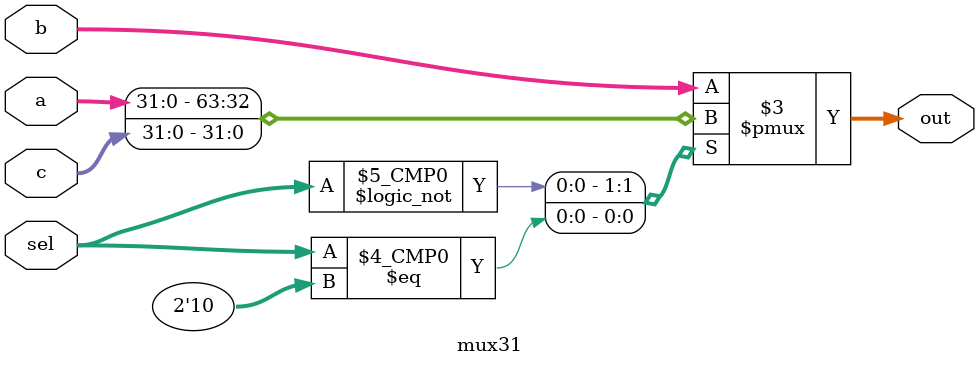
<source format=sv>
module mux31 (
    output reg [31:0] out, input [31:0] a,b,c, input [1:0] sel
);

    always_comb begin 
        case (sel)
            2'b00: out = a;
            2'b01: out = b;
            2'b10: out = c; 
            default: out = b;
        endcase
    end
    
endmodule
</source>
